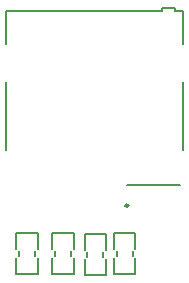
<source format=gbr>
%TF.GenerationSoftware,Altium Limited,Altium Designer,21.3.2 (30)*%
G04 Layer_Color=32896*
%FSLAX24Y24*%
%MOIN*%
%TF.SameCoordinates,A906CF50-EBD2-4515-BF13-6977FA7C699A*%
%TF.FilePolarity,Positive*%
%TF.FileFunction,Legend,Bot*%
%TF.Part,Single*%
G01*
G75*
%TA.AperFunction,NonConductor*%
%ADD47C,0.0094*%
%ADD48C,0.0079*%
%ADD49C,0.0070*%
D47*
X35419Y47779D02*
G03*
X35419Y47779I-47J0D01*
G01*
D48*
X31696Y46865D02*
X32406D01*
Y46320D02*
Y46865D01*
X31696Y46320D02*
Y46865D01*
Y45487D02*
Y46015D01*
Y45487D02*
X32406D01*
Y46015D01*
X33970Y46839D02*
X34680D01*
Y46294D02*
Y46839D01*
X33970Y46294D02*
Y46839D01*
Y45461D02*
Y45989D01*
Y45461D02*
X34680D01*
Y45989D01*
X32896Y46865D02*
X33606D01*
Y46320D02*
Y46865D01*
X32896Y46320D02*
Y46865D01*
Y45487D02*
Y46015D01*
Y45487D02*
X33606D01*
Y46015D01*
X34946Y46865D02*
X35656D01*
Y46320D02*
Y46865D01*
X34946Y46320D02*
Y46865D01*
Y45487D02*
Y46015D01*
Y45487D02*
X35656D01*
Y46015D01*
X31336Y54267D02*
X36552D01*
X31336Y53172D02*
Y54267D01*
Y49629D02*
Y51913D01*
X35371Y48460D02*
X37143D01*
X37261Y49629D02*
Y51913D01*
X36552Y54267D02*
Y54365D01*
X36985D01*
Y54267D02*
Y54365D01*
Y54267D02*
X37261D01*
Y53172D02*
Y54267D01*
D49*
X31780Y46084D02*
Y46264D01*
X32320Y46084D02*
Y46264D01*
X34054Y46058D02*
Y46238D01*
X34594Y46058D02*
Y46238D01*
X32980Y46084D02*
Y46264D01*
X33520Y46084D02*
Y46264D01*
X35030Y46084D02*
Y46264D01*
X35570Y46084D02*
Y46264D01*
%TF.MD5,74768196f30c973c0b52ce4afec36d15*%
M02*

</source>
